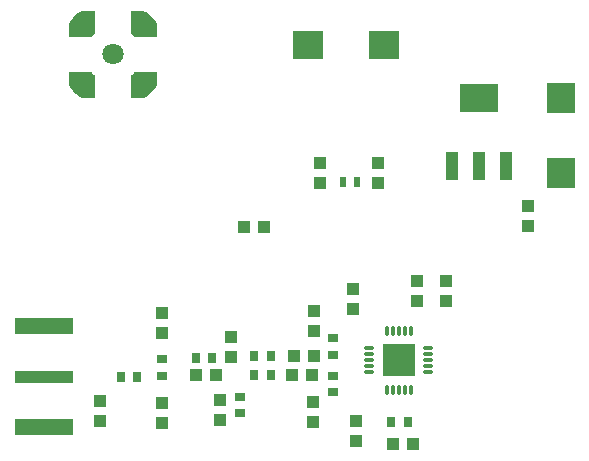
<source format=gtp>
G04 Layer_Color=8421504*
%FSLAX44Y44*%
%MOMM*%
G71*
G01*
G75*
%ADD10R,1.1000X1.0000*%
%ADD11R,1.0000X1.1000*%
%ADD12C,1.8000*%
%ADD13R,2.6000X2.4000*%
%ADD14R,0.9000X0.8000*%
%ADD15R,0.8000X0.9000*%
%ADD16R,5.0000X1.4000*%
%ADD17R,5.0000X1.0000*%
%ADD18R,1.0000X2.4000*%
%ADD19R,3.3000X2.4000*%
%ADD20R,2.4000X2.6000*%
%ADD21O,0.9000X0.3000*%
%ADD22O,0.3000X0.9000*%
%ADD23R,2.8000X2.8000*%
%ADD24R,0.6000X0.9000*%
G36*
X121250Y426130D02*
Y426130D01*
X120325Y424354D01*
X117957Y421124D01*
X115126Y418293D01*
X111896Y415925D01*
X110120Y415000D01*
X99249Y415000D01*
Y433999D01*
X99249D01*
X99741Y434232D01*
X100645Y434836D01*
X101413Y435604D01*
X102017Y436507D01*
X102249Y436999D01*
X121250Y437000D01*
Y426130D01*
D02*
G37*
G36*
X66482Y436509D02*
X67085Y435606D01*
X67854Y434837D01*
X68757Y434233D01*
X69249Y434001D01*
X69250Y415000D01*
X58380D01*
X58380Y415000D01*
X56604Y415925D01*
X53374Y418293D01*
X50543Y421124D01*
X48175Y424354D01*
X47250Y426130D01*
X47250Y437001D01*
X66249D01*
X66482Y436509D01*
D02*
G37*
G36*
X69251Y470001D02*
Y470001D01*
X68759Y469768D01*
X67856Y469165D01*
X67087Y468396D01*
X66483Y467493D01*
X66251Y467001D01*
X47250Y467000D01*
Y477870D01*
X47250D01*
X48175Y479646D01*
X50543Y482876D01*
X53374Y485707D01*
X56604Y488075D01*
X58380Y489000D01*
X69251D01*
Y470001D01*
D02*
G37*
G36*
X111896Y488075D02*
X115126Y485707D01*
X117957Y482876D01*
X120325Y479646D01*
X121250Y477870D01*
Y466999D01*
X102251D01*
X102251Y466999D01*
X102018Y467491D01*
X101414Y468395D01*
X100646Y469163D01*
X99742Y469767D01*
X99251Y469999D01*
X99250Y489000D01*
X110120D01*
X111896Y488075D01*
D02*
G37*
D10*
X195000Y305500D02*
D03*
X212000D02*
D03*
X338700Y121920D02*
D03*
X321700D02*
D03*
X171710Y180340D02*
D03*
X154710D02*
D03*
X254880Y196850D02*
D03*
X237880D02*
D03*
X252990Y180340D02*
D03*
X235990D02*
D03*
D11*
X309000Y360250D02*
D03*
Y343250D02*
D03*
X366000Y242750D02*
D03*
Y259750D02*
D03*
X436000Y323500D02*
D03*
Y306500D02*
D03*
X290000Y141500D02*
D03*
Y124500D02*
D03*
X341630Y259960D02*
D03*
Y242960D02*
D03*
X253500Y157250D02*
D03*
Y140250D02*
D03*
X184150Y195970D02*
D03*
Y212970D02*
D03*
X174640Y142630D02*
D03*
Y159630D02*
D03*
X125730Y216290D02*
D03*
Y233290D02*
D03*
Y157090D02*
D03*
Y140090D02*
D03*
X73660Y158360D02*
D03*
Y141360D02*
D03*
X254750Y234750D02*
D03*
Y217750D02*
D03*
X287500Y236500D02*
D03*
Y253500D02*
D03*
X259750Y360250D02*
D03*
Y343250D02*
D03*
D12*
X109250Y477000D02*
D03*
Y427000D02*
D03*
X59250D02*
D03*
Y477000D02*
D03*
X84250Y452000D02*
D03*
D13*
X313750Y459750D02*
D03*
X249750D02*
D03*
D14*
X270510Y179720D02*
D03*
Y165720D02*
D03*
X125730Y193690D02*
D03*
Y179690D02*
D03*
X191770Y161940D02*
D03*
Y147940D02*
D03*
X270510Y211470D02*
D03*
Y197470D02*
D03*
D15*
X104750Y179000D02*
D03*
X90750D02*
D03*
X217850Y180340D02*
D03*
X203850D02*
D03*
X217820Y196850D02*
D03*
X203820D02*
D03*
X168250Y195000D02*
D03*
X154250D02*
D03*
X333750Y141000D02*
D03*
X319750D02*
D03*
D16*
X25500Y221500D02*
D03*
Y136500D02*
D03*
D17*
Y179000D02*
D03*
D18*
X371250Y357250D02*
D03*
X394250D02*
D03*
X417250D02*
D03*
D19*
X394250Y415250D02*
D03*
D20*
X463250Y351250D02*
D03*
Y415250D02*
D03*
D21*
X301390Y203040D02*
D03*
Y198040D02*
D03*
Y193040D02*
D03*
Y188040D02*
D03*
Y183040D02*
D03*
X351390D02*
D03*
Y188040D02*
D03*
Y193040D02*
D03*
Y198040D02*
D03*
Y203040D02*
D03*
D22*
X316390Y168040D02*
D03*
X321390D02*
D03*
X326390D02*
D03*
X331390D02*
D03*
X336390D02*
D03*
Y218040D02*
D03*
X331390D02*
D03*
X326390D02*
D03*
X321390D02*
D03*
X316390D02*
D03*
D23*
X326390Y193040D02*
D03*
D24*
X279000Y343500D02*
D03*
X291000D02*
D03*
M02*

</source>
